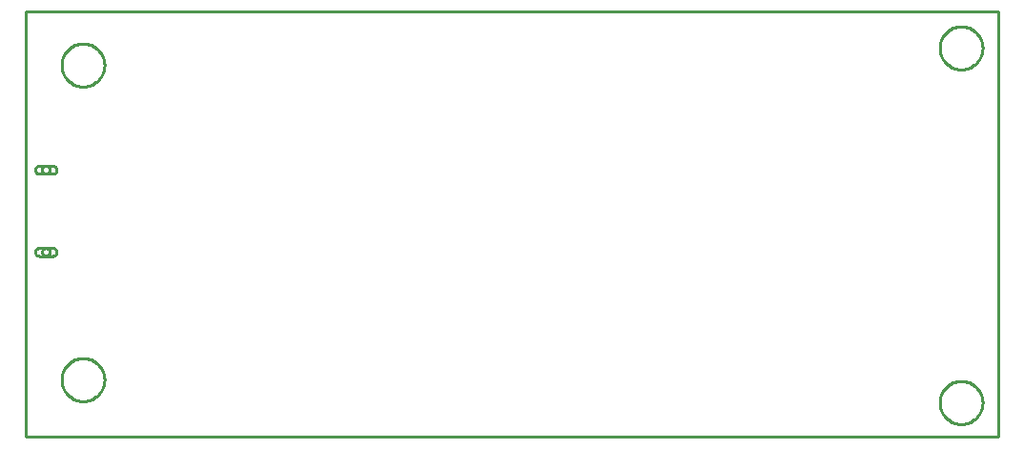
<source format=gbr>
G04 EAGLE Gerber RS-274X export*
G75*
%MOMM*%
%FSLAX34Y34*%
%LPD*%
%IN*%
%IPPOS*%
%AMOC8*
5,1,8,0,0,1.08239X$1,22.5*%
G01*
%ADD10C,0.254000*%


D10*
X0Y0D02*
X863400Y0D01*
X863400Y377700D01*
X0Y377700D01*
X0Y0D01*
X8280Y237160D02*
X8293Y236855D01*
X8333Y236552D01*
X8399Y236254D01*
X8491Y235963D01*
X8608Y235681D01*
X8749Y235410D01*
X8913Y235152D01*
X9099Y234910D01*
X9305Y234685D01*
X9530Y234479D01*
X9772Y234293D01*
X10030Y234129D01*
X10301Y233988D01*
X10583Y233871D01*
X10874Y233779D01*
X11172Y233713D01*
X11475Y233673D01*
X11780Y233660D01*
X23780Y233660D01*
X24085Y233673D01*
X24388Y233713D01*
X24686Y233779D01*
X24977Y233871D01*
X25259Y233988D01*
X25530Y234129D01*
X25788Y234293D01*
X26030Y234479D01*
X26255Y234685D01*
X26461Y234910D01*
X26647Y235152D01*
X26811Y235410D01*
X26952Y235681D01*
X27069Y235963D01*
X27161Y236254D01*
X27227Y236552D01*
X27267Y236855D01*
X27280Y237160D01*
X27267Y237465D01*
X27227Y237768D01*
X27161Y238066D01*
X27069Y238357D01*
X26952Y238639D01*
X26811Y238910D01*
X26647Y239168D01*
X26461Y239410D01*
X26255Y239635D01*
X26030Y239841D01*
X25788Y240027D01*
X25530Y240191D01*
X25259Y240332D01*
X24977Y240449D01*
X24686Y240541D01*
X24388Y240607D01*
X24085Y240647D01*
X23780Y240660D01*
X11780Y240660D01*
X11475Y240647D01*
X11172Y240607D01*
X10874Y240541D01*
X10583Y240449D01*
X10301Y240332D01*
X10030Y240191D01*
X9772Y240027D01*
X9530Y239841D01*
X9305Y239635D01*
X9099Y239410D01*
X8913Y239168D01*
X8749Y238910D01*
X8608Y238639D01*
X8491Y238357D01*
X8399Y238066D01*
X8333Y237768D01*
X8293Y237465D01*
X8280Y237160D01*
X8280Y164160D02*
X8293Y163855D01*
X8333Y163552D01*
X8399Y163254D01*
X8491Y162963D01*
X8608Y162681D01*
X8749Y162410D01*
X8913Y162152D01*
X9099Y161910D01*
X9305Y161685D01*
X9530Y161479D01*
X9772Y161293D01*
X10030Y161129D01*
X10301Y160988D01*
X10583Y160871D01*
X10874Y160779D01*
X11172Y160713D01*
X11475Y160673D01*
X11780Y160660D01*
X23780Y160660D01*
X24085Y160673D01*
X24388Y160713D01*
X24686Y160779D01*
X24977Y160871D01*
X25259Y160988D01*
X25530Y161129D01*
X25788Y161293D01*
X26030Y161479D01*
X26255Y161685D01*
X26461Y161910D01*
X26647Y162152D01*
X26811Y162410D01*
X26952Y162681D01*
X27069Y162963D01*
X27161Y163254D01*
X27227Y163552D01*
X27267Y163855D01*
X27280Y164160D01*
X27267Y164465D01*
X27227Y164768D01*
X27161Y165066D01*
X27069Y165357D01*
X26952Y165639D01*
X26811Y165910D01*
X26647Y166168D01*
X26461Y166410D01*
X26255Y166635D01*
X26030Y166841D01*
X25788Y167027D01*
X25530Y167191D01*
X25259Y167332D01*
X24977Y167449D01*
X24686Y167541D01*
X24388Y167607D01*
X24085Y167647D01*
X23780Y167660D01*
X11780Y167660D01*
X11475Y167647D01*
X11172Y167607D01*
X10874Y167541D01*
X10583Y167449D01*
X10301Y167332D01*
X10030Y167191D01*
X9772Y167027D01*
X9530Y166841D01*
X9305Y166635D01*
X9099Y166410D01*
X8913Y166168D01*
X8749Y165910D01*
X8608Y165639D01*
X8491Y165357D01*
X8399Y165066D01*
X8333Y164768D01*
X8293Y164465D01*
X8280Y164160D01*
X69850Y329624D02*
X69781Y328475D01*
X69642Y327332D01*
X69434Y326200D01*
X69159Y325082D01*
X68816Y323983D01*
X68408Y322907D01*
X67935Y321857D01*
X67400Y320837D01*
X66805Y319852D01*
X66151Y318905D01*
X65441Y317998D01*
X64677Y317137D01*
X63863Y316323D01*
X63002Y315559D01*
X62095Y314849D01*
X61148Y314195D01*
X60163Y313600D01*
X59143Y313065D01*
X58093Y312592D01*
X57017Y312184D01*
X55918Y311841D01*
X54800Y311566D01*
X53668Y311358D01*
X52525Y311220D01*
X51376Y311150D01*
X50224Y311150D01*
X49075Y311220D01*
X47932Y311358D01*
X46800Y311566D01*
X45682Y311841D01*
X44583Y312184D01*
X43507Y312592D01*
X42457Y313065D01*
X41437Y313600D01*
X40452Y314195D01*
X39505Y314849D01*
X38598Y315559D01*
X37737Y316323D01*
X36923Y317137D01*
X36159Y317998D01*
X35449Y318905D01*
X34795Y319852D01*
X34200Y320837D01*
X33665Y321857D01*
X33192Y322907D01*
X32784Y323983D01*
X32441Y325082D01*
X32166Y326200D01*
X31958Y327332D01*
X31820Y328475D01*
X31750Y329624D01*
X31750Y330776D01*
X31820Y331925D01*
X31958Y333068D01*
X32166Y334200D01*
X32441Y335318D01*
X32784Y336417D01*
X33192Y337493D01*
X33665Y338543D01*
X34200Y339563D01*
X34795Y340548D01*
X35449Y341495D01*
X36159Y342402D01*
X36923Y343263D01*
X37737Y344077D01*
X38598Y344841D01*
X39505Y345551D01*
X40452Y346205D01*
X41437Y346800D01*
X42457Y347335D01*
X43507Y347808D01*
X44583Y348216D01*
X45682Y348559D01*
X46800Y348834D01*
X47932Y349042D01*
X49075Y349181D01*
X50224Y349250D01*
X51376Y349250D01*
X52525Y349181D01*
X53668Y349042D01*
X54800Y348834D01*
X55918Y348559D01*
X57017Y348216D01*
X58093Y347808D01*
X59143Y347335D01*
X60163Y346800D01*
X61148Y346205D01*
X62095Y345551D01*
X63002Y344841D01*
X63863Y344077D01*
X64677Y343263D01*
X65441Y342402D01*
X66151Y341495D01*
X66805Y340548D01*
X67400Y339563D01*
X67935Y338543D01*
X68408Y337493D01*
X68816Y336417D01*
X69159Y335318D01*
X69434Y334200D01*
X69642Y333068D01*
X69781Y331925D01*
X69850Y330776D01*
X69850Y329624D01*
X69850Y50224D02*
X69781Y49075D01*
X69642Y47932D01*
X69434Y46800D01*
X69159Y45682D01*
X68816Y44583D01*
X68408Y43507D01*
X67935Y42457D01*
X67400Y41437D01*
X66805Y40452D01*
X66151Y39505D01*
X65441Y38598D01*
X64677Y37737D01*
X63863Y36923D01*
X63002Y36159D01*
X62095Y35449D01*
X61148Y34795D01*
X60163Y34200D01*
X59143Y33665D01*
X58093Y33192D01*
X57017Y32784D01*
X55918Y32441D01*
X54800Y32166D01*
X53668Y31958D01*
X52525Y31820D01*
X51376Y31750D01*
X50224Y31750D01*
X49075Y31820D01*
X47932Y31958D01*
X46800Y32166D01*
X45682Y32441D01*
X44583Y32784D01*
X43507Y33192D01*
X42457Y33665D01*
X41437Y34200D01*
X40452Y34795D01*
X39505Y35449D01*
X38598Y36159D01*
X37737Y36923D01*
X36923Y37737D01*
X36159Y38598D01*
X35449Y39505D01*
X34795Y40452D01*
X34200Y41437D01*
X33665Y42457D01*
X33192Y43507D01*
X32784Y44583D01*
X32441Y45682D01*
X32166Y46800D01*
X31958Y47932D01*
X31820Y49075D01*
X31750Y50224D01*
X31750Y51376D01*
X31820Y52525D01*
X31958Y53668D01*
X32166Y54800D01*
X32441Y55918D01*
X32784Y57017D01*
X33192Y58093D01*
X33665Y59143D01*
X34200Y60163D01*
X34795Y61148D01*
X35449Y62095D01*
X36159Y63002D01*
X36923Y63863D01*
X37737Y64677D01*
X38598Y65441D01*
X39505Y66151D01*
X40452Y66805D01*
X41437Y67400D01*
X42457Y67935D01*
X43507Y68408D01*
X44583Y68816D01*
X45682Y69159D01*
X46800Y69434D01*
X47932Y69642D01*
X49075Y69781D01*
X50224Y69850D01*
X51376Y69850D01*
X52525Y69781D01*
X53668Y69642D01*
X54800Y69434D01*
X55918Y69159D01*
X57017Y68816D01*
X58093Y68408D01*
X59143Y67935D01*
X60163Y67400D01*
X61148Y66805D01*
X62095Y66151D01*
X63002Y65441D01*
X63863Y64677D01*
X64677Y63863D01*
X65441Y63002D01*
X66151Y62095D01*
X66805Y61148D01*
X67400Y60163D01*
X67935Y59143D01*
X68408Y58093D01*
X68816Y57017D01*
X69159Y55918D01*
X69434Y54800D01*
X69642Y53668D01*
X69781Y52525D01*
X69850Y51376D01*
X69850Y50224D01*
X849630Y29904D02*
X849561Y28755D01*
X849422Y27612D01*
X849214Y26480D01*
X848939Y25362D01*
X848596Y24263D01*
X848188Y23187D01*
X847715Y22137D01*
X847180Y21117D01*
X846585Y20132D01*
X845931Y19185D01*
X845221Y18278D01*
X844457Y17417D01*
X843643Y16603D01*
X842782Y15839D01*
X841875Y15129D01*
X840928Y14475D01*
X839943Y13880D01*
X838923Y13345D01*
X837873Y12872D01*
X836797Y12464D01*
X835698Y12121D01*
X834580Y11846D01*
X833448Y11638D01*
X832305Y11500D01*
X831156Y11430D01*
X830004Y11430D01*
X828855Y11500D01*
X827712Y11638D01*
X826580Y11846D01*
X825462Y12121D01*
X824363Y12464D01*
X823287Y12872D01*
X822237Y13345D01*
X821217Y13880D01*
X820232Y14475D01*
X819285Y15129D01*
X818378Y15839D01*
X817517Y16603D01*
X816703Y17417D01*
X815939Y18278D01*
X815229Y19185D01*
X814575Y20132D01*
X813980Y21117D01*
X813445Y22137D01*
X812972Y23187D01*
X812564Y24263D01*
X812221Y25362D01*
X811946Y26480D01*
X811738Y27612D01*
X811600Y28755D01*
X811530Y29904D01*
X811530Y31056D01*
X811600Y32205D01*
X811738Y33348D01*
X811946Y34480D01*
X812221Y35598D01*
X812564Y36697D01*
X812972Y37773D01*
X813445Y38823D01*
X813980Y39843D01*
X814575Y40828D01*
X815229Y41775D01*
X815939Y42682D01*
X816703Y43543D01*
X817517Y44357D01*
X818378Y45121D01*
X819285Y45831D01*
X820232Y46485D01*
X821217Y47080D01*
X822237Y47615D01*
X823287Y48088D01*
X824363Y48496D01*
X825462Y48839D01*
X826580Y49114D01*
X827712Y49322D01*
X828855Y49461D01*
X830004Y49530D01*
X831156Y49530D01*
X832305Y49461D01*
X833448Y49322D01*
X834580Y49114D01*
X835698Y48839D01*
X836797Y48496D01*
X837873Y48088D01*
X838923Y47615D01*
X839943Y47080D01*
X840928Y46485D01*
X841875Y45831D01*
X842782Y45121D01*
X843643Y44357D01*
X844457Y43543D01*
X845221Y42682D01*
X845931Y41775D01*
X846585Y40828D01*
X847180Y39843D01*
X847715Y38823D01*
X848188Y37773D01*
X848596Y36697D01*
X848939Y35598D01*
X849214Y34480D01*
X849422Y33348D01*
X849561Y32205D01*
X849630Y31056D01*
X849630Y29904D01*
X849630Y344864D02*
X849561Y343715D01*
X849422Y342572D01*
X849214Y341440D01*
X848939Y340322D01*
X848596Y339223D01*
X848188Y338147D01*
X847715Y337097D01*
X847180Y336077D01*
X846585Y335092D01*
X845931Y334145D01*
X845221Y333238D01*
X844457Y332377D01*
X843643Y331563D01*
X842782Y330799D01*
X841875Y330089D01*
X840928Y329435D01*
X839943Y328840D01*
X838923Y328305D01*
X837873Y327832D01*
X836797Y327424D01*
X835698Y327081D01*
X834580Y326806D01*
X833448Y326598D01*
X832305Y326460D01*
X831156Y326390D01*
X830004Y326390D01*
X828855Y326460D01*
X827712Y326598D01*
X826580Y326806D01*
X825462Y327081D01*
X824363Y327424D01*
X823287Y327832D01*
X822237Y328305D01*
X821217Y328840D01*
X820232Y329435D01*
X819285Y330089D01*
X818378Y330799D01*
X817517Y331563D01*
X816703Y332377D01*
X815939Y333238D01*
X815229Y334145D01*
X814575Y335092D01*
X813980Y336077D01*
X813445Y337097D01*
X812972Y338147D01*
X812564Y339223D01*
X812221Y340322D01*
X811946Y341440D01*
X811738Y342572D01*
X811600Y343715D01*
X811530Y344864D01*
X811530Y346016D01*
X811600Y347165D01*
X811738Y348308D01*
X811946Y349440D01*
X812221Y350558D01*
X812564Y351657D01*
X812972Y352733D01*
X813445Y353783D01*
X813980Y354803D01*
X814575Y355788D01*
X815229Y356735D01*
X815939Y357642D01*
X816703Y358503D01*
X817517Y359317D01*
X818378Y360081D01*
X819285Y360791D01*
X820232Y361445D01*
X821217Y362040D01*
X822237Y362575D01*
X823287Y363048D01*
X824363Y363456D01*
X825462Y363799D01*
X826580Y364074D01*
X827712Y364282D01*
X828855Y364421D01*
X830004Y364490D01*
X831156Y364490D01*
X832305Y364421D01*
X833448Y364282D01*
X834580Y364074D01*
X835698Y363799D01*
X836797Y363456D01*
X837873Y363048D01*
X838923Y362575D01*
X839943Y362040D01*
X840928Y361445D01*
X841875Y360791D01*
X842782Y360081D01*
X843643Y359317D01*
X844457Y358503D01*
X845221Y357642D01*
X845931Y356735D01*
X846585Y355788D01*
X847180Y354803D01*
X847715Y353783D01*
X848188Y352733D01*
X848596Y351657D01*
X848939Y350558D01*
X849214Y349440D01*
X849422Y348308D01*
X849561Y347165D01*
X849630Y346016D01*
X849630Y344864D01*
X14280Y164389D02*
X14340Y164844D01*
X14459Y165287D01*
X14634Y165711D01*
X14864Y166109D01*
X15143Y166473D01*
X15467Y166797D01*
X15831Y167076D01*
X16229Y167306D01*
X16653Y167481D01*
X17096Y167600D01*
X17551Y167660D01*
X18009Y167660D01*
X18464Y167600D01*
X18907Y167481D01*
X19331Y167306D01*
X19729Y167076D01*
X20093Y166797D01*
X20417Y166473D01*
X20696Y166109D01*
X20926Y165711D01*
X21101Y165287D01*
X21220Y164844D01*
X21280Y164389D01*
X21280Y163931D01*
X21220Y163476D01*
X21101Y163033D01*
X20926Y162609D01*
X20696Y162211D01*
X20417Y161847D01*
X20093Y161523D01*
X19729Y161244D01*
X19331Y161014D01*
X18907Y160839D01*
X18464Y160720D01*
X18009Y160660D01*
X17551Y160660D01*
X17096Y160720D01*
X16653Y160839D01*
X16229Y161014D01*
X15831Y161244D01*
X15467Y161523D01*
X15143Y161847D01*
X14864Y162211D01*
X14634Y162609D01*
X14459Y163033D01*
X14340Y163476D01*
X14280Y163931D01*
X14280Y164389D01*
X14280Y237389D02*
X14340Y237844D01*
X14459Y238287D01*
X14634Y238711D01*
X14864Y239109D01*
X15143Y239473D01*
X15467Y239797D01*
X15831Y240076D01*
X16229Y240306D01*
X16653Y240481D01*
X17096Y240600D01*
X17551Y240660D01*
X18009Y240660D01*
X18464Y240600D01*
X18907Y240481D01*
X19331Y240306D01*
X19729Y240076D01*
X20093Y239797D01*
X20417Y239473D01*
X20696Y239109D01*
X20926Y238711D01*
X21101Y238287D01*
X21220Y237844D01*
X21280Y237389D01*
X21280Y236931D01*
X21220Y236476D01*
X21101Y236033D01*
X20926Y235609D01*
X20696Y235211D01*
X20417Y234847D01*
X20093Y234523D01*
X19729Y234244D01*
X19331Y234014D01*
X18907Y233839D01*
X18464Y233720D01*
X18009Y233660D01*
X17551Y233660D01*
X17096Y233720D01*
X16653Y233839D01*
X16229Y234014D01*
X15831Y234244D01*
X15467Y234523D01*
X15143Y234847D01*
X14864Y235211D01*
X14634Y235609D01*
X14459Y236033D01*
X14340Y236476D01*
X14280Y236931D01*
X14280Y237389D01*
M02*

</source>
